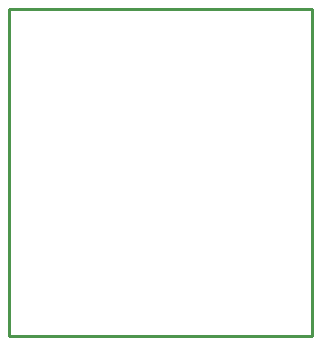
<source format=gko>
G04 Layer: BoardOutlineLayer*
G04 EasyEDA v6.5.15, 2022-09-30 09:11:36*
G04 c4fc160ae67e4dbf9a9ecab7d7680e70,7db2125e4611476bb2993bf99425ef50,10*
G04 Gerber Generator version 0.2*
G04 Scale: 100 percent, Rotated: No, Reflected: No *
G04 Dimensions in millimeters *
G04 leading zeros omitted , absolute positions ,4 integer and 5 decimal *
%FSLAX45Y45*%
%MOMM*%

%ADD10C,0.2540*%
D10*
X7442200Y10883900D02*
G01*
X7442200Y11811000D01*
X7442200Y12738100D01*
X10007600Y12738100D01*
X10007600Y12547600D01*
X10007600Y10744200D01*
X10007600Y9969500D01*
X7442200Y9969500D01*
X7442200Y10629900D01*
X7442200Y10769600D01*
X7442200Y10896600D01*
X7442200Y10909300D01*
X7442200Y10922000D01*

%LPD*%
M02*

</source>
